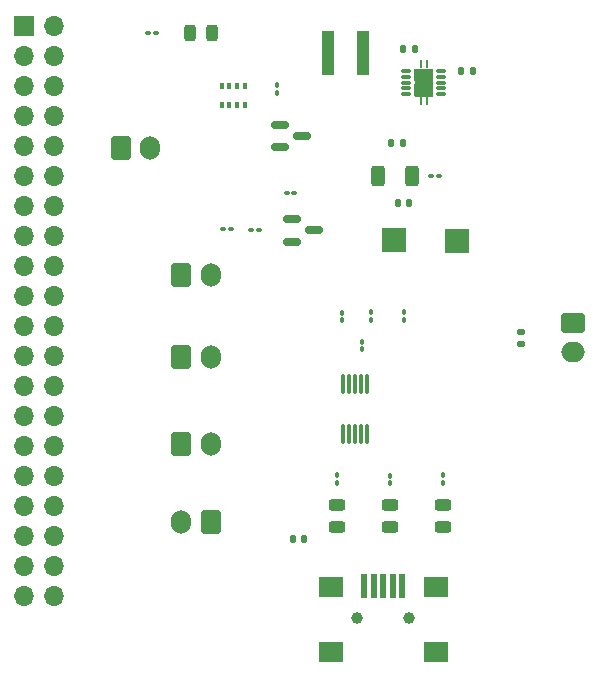
<source format=gts>
%TF.GenerationSoftware,KiCad,Pcbnew,8.0.1*%
%TF.CreationDate,2024-04-11T19:27:17-06:00*%
%TF.ProjectId,ECE Altitude Project,45434520-416c-4746-9974-756465205072,rev?*%
%TF.SameCoordinates,Original*%
%TF.FileFunction,Soldermask,Top*%
%TF.FilePolarity,Negative*%
%FSLAX46Y46*%
G04 Gerber Fmt 4.6, Leading zero omitted, Abs format (unit mm)*
G04 Created by KiCad (PCBNEW 8.0.1) date 2024-04-11 19:27:17*
%MOMM*%
%LPD*%
G01*
G04 APERTURE LIST*
G04 Aperture macros list*
%AMRoundRect*
0 Rectangle with rounded corners*
0 $1 Rounding radius*
0 $2 $3 $4 $5 $6 $7 $8 $9 X,Y pos of 4 corners*
0 Add a 4 corners polygon primitive as box body*
4,1,4,$2,$3,$4,$5,$6,$7,$8,$9,$2,$3,0*
0 Add four circle primitives for the rounded corners*
1,1,$1+$1,$2,$3*
1,1,$1+$1,$4,$5*
1,1,$1+$1,$6,$7*
1,1,$1+$1,$8,$9*
0 Add four rect primitives between the rounded corners*
20,1,$1+$1,$2,$3,$4,$5,0*
20,1,$1+$1,$4,$5,$6,$7,0*
20,1,$1+$1,$6,$7,$8,$9,0*
20,1,$1+$1,$8,$9,$2,$3,0*%
G04 Aperture macros list end*
%ADD10R,0.280000X0.280000*%
%ADD11O,0.850000X0.280000*%
%ADD12C,0.600000*%
%ADD13R,0.680000X1.050000*%
%ADD14R,0.260000X0.500000*%
%ADD15R,0.280000X0.700000*%
%ADD16R,1.650000X2.400000*%
%ADD17R,2.000000X2.000000*%
%ADD18RoundRect,0.087500X0.087500X-0.725000X0.087500X0.725000X-0.087500X0.725000X-0.087500X-0.725000X0*%
%ADD19RoundRect,0.140000X-0.140000X-0.170000X0.140000X-0.170000X0.140000X0.170000X-0.140000X0.170000X0*%
%ADD20RoundRect,0.100000X0.100000X-0.130000X0.100000X0.130000X-0.100000X0.130000X-0.100000X-0.130000X0*%
%ADD21R,1.100000X3.700000*%
%ADD22RoundRect,0.250000X-0.750000X0.600000X-0.750000X-0.600000X0.750000X-0.600000X0.750000X0.600000X0*%
%ADD23O,2.000000X1.700000*%
%ADD24RoundRect,0.100000X-0.130000X-0.100000X0.130000X-0.100000X0.130000X0.100000X-0.130000X0.100000X0*%
%ADD25R,0.350000X0.500000*%
%ADD26RoundRect,0.150000X-0.587500X-0.150000X0.587500X-0.150000X0.587500X0.150000X-0.587500X0.150000X0*%
%ADD27RoundRect,0.250000X0.600000X0.750000X-0.600000X0.750000X-0.600000X-0.750000X0.600000X-0.750000X0*%
%ADD28O,1.700000X2.000000*%
%ADD29RoundRect,0.250000X-0.312500X-0.625000X0.312500X-0.625000X0.312500X0.625000X-0.312500X0.625000X0*%
%ADD30RoundRect,0.243750X-0.456250X0.243750X-0.456250X-0.243750X0.456250X-0.243750X0.456250X0.243750X0*%
%ADD31RoundRect,0.250000X-0.600000X-0.750000X0.600000X-0.750000X0.600000X0.750000X-0.600000X0.750000X0*%
%ADD32RoundRect,0.140000X0.170000X-0.140000X0.170000X0.140000X-0.170000X0.140000X-0.170000X-0.140000X0*%
%ADD33RoundRect,0.243750X0.243750X0.456250X-0.243750X0.456250X-0.243750X-0.456250X0.243750X-0.456250X0*%
%ADD34RoundRect,0.140000X0.140000X0.170000X-0.140000X0.170000X-0.140000X-0.170000X0.140000X-0.170000X0*%
%ADD35RoundRect,0.100000X0.130000X0.100000X-0.130000X0.100000X-0.130000X-0.100000X0.130000X-0.100000X0*%
%ADD36RoundRect,0.100000X-0.100000X0.130000X-0.100000X-0.130000X0.100000X-0.130000X0.100000X0.130000X0*%
%ADD37C,1.000000*%
%ADD38R,0.500000X2.000000*%
%ADD39R,2.000000X1.700000*%
%ADD40R,1.700000X1.700000*%
%ADD41O,1.700000X1.700000*%
G04 APERTURE END LIST*
D10*
%TO.C,U2*%
X116180000Y-71676544D03*
D11*
X116465000Y-71676544D03*
D10*
X116180000Y-72176544D03*
D11*
X116465000Y-72176544D03*
D10*
X116180000Y-72676544D03*
D11*
X116465000Y-72676544D03*
D10*
X116180000Y-73176544D03*
D11*
X116465000Y-73176544D03*
D10*
X116180000Y-73676544D03*
D11*
X116465000Y-73676544D03*
X119415000Y-73676544D03*
D10*
X119700000Y-73676544D03*
D11*
X119415000Y-73176544D03*
D10*
X119700000Y-73176544D03*
D11*
X119415000Y-72676544D03*
D10*
X119700000Y-72676544D03*
D11*
X119415000Y-72176544D03*
D10*
X119700000Y-72176544D03*
D11*
X119415000Y-71676544D03*
D10*
X119700000Y-71676544D03*
D12*
X117440000Y-71926544D03*
X117440000Y-73426544D03*
D13*
X117490000Y-72041544D03*
X117490000Y-73311544D03*
D14*
X117690000Y-71046544D03*
D15*
X117690000Y-71126544D03*
X117690000Y-74226544D03*
D14*
X117690000Y-74306544D03*
D12*
X117940000Y-72676544D03*
D16*
X117940000Y-72676544D03*
D14*
X118190000Y-71046544D03*
D15*
X118190000Y-71126544D03*
X118190000Y-74226544D03*
D14*
X118190000Y-74306544D03*
D13*
X118390000Y-72041544D03*
X118390000Y-73311544D03*
D12*
X118440000Y-71926544D03*
X118440000Y-73426544D03*
%TD*%
D17*
%TO.C,J9*%
X120800000Y-86100000D03*
%TD*%
D18*
%TO.C,U3*%
X111100000Y-102425000D03*
X111600000Y-102425000D03*
X112100000Y-102425000D03*
X112600000Y-102425000D03*
X113100000Y-102425000D03*
X113100000Y-98200000D03*
X112600000Y-98200000D03*
X112100000Y-98200000D03*
X111600000Y-98200000D03*
X111100000Y-98200000D03*
%TD*%
D19*
%TO.C,C3*%
X116220000Y-69876544D03*
X117180000Y-69876544D03*
%TD*%
D20*
%TO.C,R13*%
X111000000Y-92825000D03*
X111000000Y-92185000D03*
%TD*%
D21*
%TO.C,L1*%
X112800000Y-70200000D03*
X109800000Y-70200000D03*
%TD*%
D20*
%TO.C,R12*%
X113500000Y-92745000D03*
X113500000Y-92105000D03*
%TD*%
D19*
%TO.C,C1*%
X115200000Y-77776544D03*
X116160000Y-77776544D03*
%TD*%
D22*
%TO.C,J7*%
X130600000Y-93000000D03*
D23*
X130600000Y-95500000D03*
%TD*%
D24*
%TO.C,R5*%
X103335000Y-85200000D03*
X103975000Y-85200000D03*
%TD*%
D25*
%TO.C,U1*%
X100825000Y-73000000D03*
X101475000Y-73000000D03*
X102125000Y-73000000D03*
X102775000Y-73000000D03*
X102775000Y-74600000D03*
X102125000Y-74600000D03*
X101475000Y-74600000D03*
X100825000Y-74600000D03*
%TD*%
D26*
%TO.C,Q1*%
X105762500Y-76250000D03*
X105762500Y-78150000D03*
X107637500Y-77200000D03*
%TD*%
D27*
%TO.C,J8*%
X99900000Y-109900000D03*
D28*
X97400000Y-109900000D03*
%TD*%
D17*
%TO.C,J10*%
X115400000Y-86034044D03*
%TD*%
D20*
%TO.C,R4*%
X110600000Y-106565000D03*
X110600000Y-105925000D03*
%TD*%
%TO.C,R8*%
X105500000Y-73565000D03*
X105500000Y-72925000D03*
%TD*%
D29*
%TO.C,R2*%
X114037500Y-80600000D03*
X116962500Y-80600000D03*
%TD*%
D26*
%TO.C,Q2*%
X106762500Y-84250000D03*
X106762500Y-86150000D03*
X108637500Y-85200000D03*
%TD*%
D30*
%TO.C,D3*%
X115100000Y-108425000D03*
X115100000Y-110300000D03*
%TD*%
D19*
%TO.C,C4*%
X121120000Y-71676544D03*
X122080000Y-71676544D03*
%TD*%
D30*
%TO.C,D2*%
X110600000Y-108425000D03*
X110600000Y-110300000D03*
%TD*%
D31*
%TO.C,J5*%
X97400000Y-103300000D03*
D28*
X99900000Y-103300000D03*
%TD*%
D32*
%TO.C,C6*%
X126200000Y-94780000D03*
X126200000Y-93820000D03*
%TD*%
D20*
%TO.C,R11*%
X119600000Y-106565000D03*
X119600000Y-105925000D03*
%TD*%
D24*
%TO.C,R7*%
X106360000Y-82000000D03*
X107000000Y-82000000D03*
%TD*%
D31*
%TO.C,J1*%
X97400000Y-95900000D03*
D28*
X99900000Y-95900000D03*
%TD*%
D30*
%TO.C,D4*%
X119600000Y-108425000D03*
X119600000Y-110300000D03*
%TD*%
D20*
%TO.C,R10*%
X116300000Y-92745000D03*
X116300000Y-92105000D03*
%TD*%
D33*
%TO.C,D1*%
X100000000Y-68500000D03*
X98125000Y-68500000D03*
%TD*%
D24*
%TO.C,R3*%
X94625000Y-68500000D03*
X95265000Y-68500000D03*
%TD*%
D34*
%TO.C,C5*%
X107800000Y-111300000D03*
X106840000Y-111300000D03*
%TD*%
D35*
%TO.C,R6*%
X101600000Y-85100000D03*
X100960000Y-85100000D03*
%TD*%
D36*
%TO.C,RT1*%
X112755000Y-94605000D03*
X112755000Y-95245000D03*
%TD*%
D20*
%TO.C,R9*%
X115100000Y-106590000D03*
X115100000Y-105950000D03*
%TD*%
D19*
%TO.C,C2*%
X115740000Y-82900000D03*
X116700000Y-82900000D03*
%TD*%
D24*
%TO.C,R1*%
X118580000Y-80600000D03*
X119220000Y-80600000D03*
%TD*%
D31*
%TO.C,J3*%
X92300000Y-78200000D03*
D28*
X94800000Y-78200000D03*
%TD*%
D37*
%TO.C,J6*%
X112300000Y-118025000D03*
X116700000Y-118025000D03*
D38*
X112900000Y-115325000D03*
X113700000Y-115325000D03*
X114500000Y-115325000D03*
X115300000Y-115325000D03*
X116100000Y-115325000D03*
D39*
X110050000Y-115425000D03*
X110050000Y-120875000D03*
X118950000Y-115425000D03*
X118950000Y-120875000D03*
%TD*%
D31*
%TO.C,J4*%
X97400000Y-89000000D03*
D28*
X99900000Y-89000000D03*
%TD*%
D40*
%TO.C,J2*%
X84125000Y-67850000D03*
D41*
X86665000Y-67850000D03*
X84125000Y-70390000D03*
X86665000Y-70390000D03*
X84125000Y-72930000D03*
X86665000Y-72930000D03*
X84125000Y-75470000D03*
X86665000Y-75470000D03*
X84125000Y-78010000D03*
X86665000Y-78010000D03*
X84125000Y-80550000D03*
X86665000Y-80550000D03*
X84125000Y-83090000D03*
X86665000Y-83090000D03*
X84125000Y-85630000D03*
X86665000Y-85630000D03*
X84125000Y-88170000D03*
X86665000Y-88170000D03*
X84125000Y-90710000D03*
X86665000Y-90710000D03*
X84125000Y-93250000D03*
X86665000Y-93250000D03*
X84125000Y-95790000D03*
X86665000Y-95790000D03*
X84125000Y-98330000D03*
X86665000Y-98330000D03*
X84125000Y-100870000D03*
X86665000Y-100870000D03*
X84125000Y-103410000D03*
X86665000Y-103410000D03*
X84125000Y-105950000D03*
X86665000Y-105950000D03*
X84125000Y-108490000D03*
X86665000Y-108490000D03*
X84125000Y-111030000D03*
X86665000Y-111030000D03*
X84125000Y-113570000D03*
X86665000Y-113570000D03*
X84125000Y-116110000D03*
X86665000Y-116110000D03*
%TD*%
M02*

</source>
